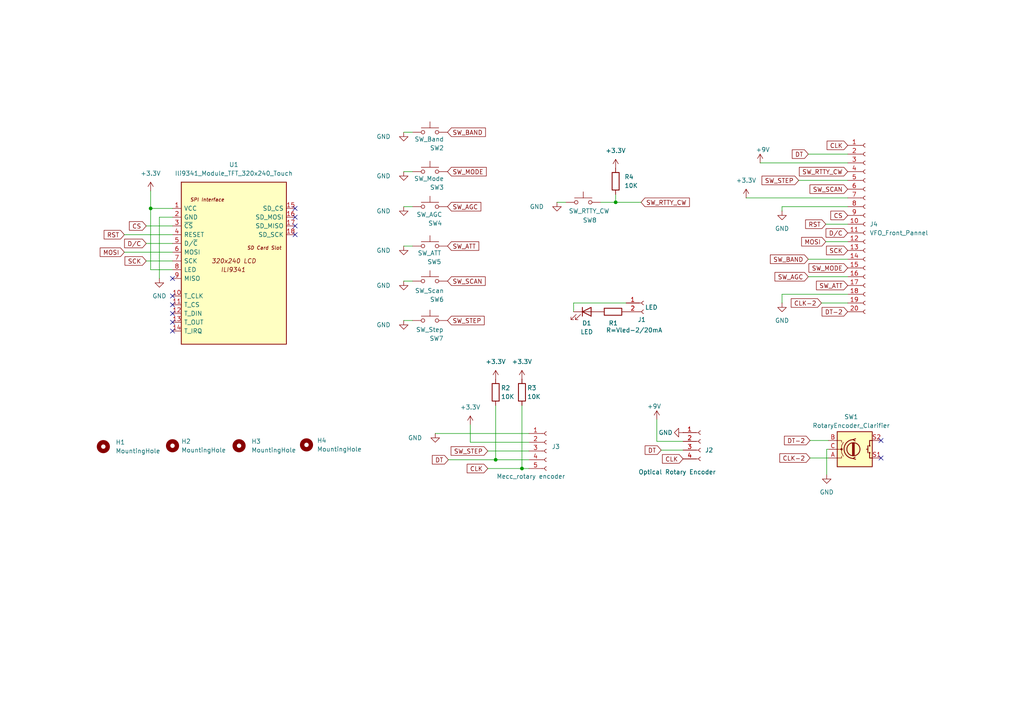
<source format=kicad_sch>
(kicad_sch (version 20250114) (generator "eeschema") (generator_version "9.0")
  (paper "A4")
  (lib_symbols
    (symbol "- Display_Module:Ili9341_Module_TFT_320x240_Touch" (pin_names (offset 0.762))
      (property "Reference" "U" (at 0 -27.94 90))
      (property "Value" "Ili9341_Module_TFT_320x240_Touch" (at -16.51 29.21 0))
      (symbol "Ili9341_Module_TFT_320x240_Touch_0_0"
        (text "SD Card Slot" (at -3.81 2.54 0) (effects (font (size 1 1) (italic yes)) (justify right)))
        (text "320x240 LCD" (at 0 -1.27 0) (effects (font (size 1.27 1.27) (italic yes))))
        (text "ILI9341" (at 3.81 -3.81 0) (effects (font (size 1.27 1.27) (italic yes)) (justify right)))
        (text "SPI Interface" (at 12.7 16.51 0) (effects (font (size 1 1) (italic yes)) (justify right)))
      )
      (symbol "Ili9341_Module_TFT_320x240_Touch_0_1"
        (rectangle (start -15.24 21.59) (end 15.24 -25.4) (stroke (width 0.254)) (fill (type background)))
      )
      (symbol "Ili9341_Module_TFT_320x240_Touch_1_1"
        (pin input line (at -17.78 13.97 0) (length 2.54) (name "SD_CS") (number "15"))
        (pin input line (at -17.78 11.43 0) (length 2.54) (name "SD_MOSI") (number "16"))
        (pin output line (at -17.78 8.89 0) (length 2.54) (name "SD_MISO") (number "17"))
        (pin input line (at -17.78 6.35 0) (length 2.54) (name "SD_SCK") (number "18"))
        (pin power_in line (at 17.78 13.97 180) (length 2.54) (name "VCC") (number "1"))
        (pin power_in line (at 17.78 11.43 180) (length 2.54) (name "GND") (number "2"))
        (pin input line (at 17.78 8.89 180) (length 2.54) (name "~{CS}") (number "3"))
        (pin input line (at 17.78 6.35 180) (length 2.54) (name "RESET") (number "4"))
        (pin input line (at 17.78 3.81 180) (length 2.54) (name "D/~{C}") (number "5"))
        (pin input line (at 17.78 1.27 180) (length 2.54) (name "MOSI") (number "6"))
        (pin input line (at 17.78 -1.27 180) (length 2.54) (name "SCK") (number "7"))
        (pin input line (at 17.78 -3.81 180) (length 2.54) (name "LED") (number "8"))
        (pin output line (at 17.78 -6.35 180) (length 2.54) (name "MISO") (number "9"))
        (pin input line (at 17.78 -11.43 180) (length 2.54) (name "T_CLK") (number "10"))
        (pin input line (at 17.78 -13.97 180) (length 2.54) (name "T_CS") (number "11"))
        (pin input line (at 17.78 -16.51 180) (length 2.54) (name "T_DIN") (number "12"))
        (pin output line (at 17.78 -19.05 180) (length 2.54) (name "T_OUT") (number "13"))
        (pin output line (at 17.78 -21.59 180) (length 2.54) (name "T_IRQ") (number "14"))
      )
    )
    (symbol "Connector:Conn_01x02_Socket" (pin_names (offset 1.016) (hide yes))
      (property "Reference" "J" (at 0 2.54 0))
      (property "Value" "Conn_01x02_Socket" (at 0 -5.08 0))
      (symbol "Conn_01x02_Socket_1_1"
        (polyline (pts (xy -1.27 0) (xy -0.508 0)) (stroke (width 0.1524)))
        (polyline (pts (xy -1.27 -2.54) (xy -0.508 -2.54)) (stroke (width 0.1524)))
        (arc (start 0 -0.508) (mid -0.5058 0) (end 0 0.508) (stroke (width 0.1524)))
        (arc (start 0 -3.048) (mid -0.5058 -2.54) (end 0 -2.032) (stroke (width 0.1524)))
        (pin passive line (at -5.08 0 0) (length 3.81) (name "Pin_1") (number "1"))
        (pin passive line (at -5.08 -2.54 0) (length 3.81) (name "Pin_2") (number "2"))
      )
    )
    (symbol "Connector:Conn_01x04_Socket" (pin_names (offset 1.016) (hide yes))
      (property "Reference" "J" (at 0 5.08 0))
      (property "Value" "Conn_01x04_Socket" (at 0 -7.62 0))
      (symbol "Conn_01x04_Socket_1_1"
        (polyline (pts (xy -1.27 2.54) (xy -0.508 2.54)) (stroke (width 0.1524)))
        (polyline (pts (xy -1.27 0) (xy -0.508 0)) (stroke (width 0.1524)))
        (polyline (pts (xy -1.27 -2.54) (xy -0.508 -2.54)) (stroke (width 0.1524)))
        (polyline (pts (xy -1.27 -5.08) (xy -0.508 -5.08)) (stroke (width 0.1524)))
        (arc (start 0 2.032) (mid -0.5058 2.54) (end 0 3.048) (stroke (width 0.1524)))
        (arc (start 0 -0.508) (mid -0.5058 0) (end 0 0.508) (stroke (width 0.1524)))
        (arc (start 0 -3.048) (mid -0.5058 -2.54) (end 0 -2.032) (stroke (width 0.1524)))
        (arc (start 0 -5.588) (mid -0.5058 -5.08) (end 0 -4.572) (stroke (width 0.1524)))
        (pin passive line (at -5.08 2.54 0) (length 3.81) (name "Pin_1") (number "1"))
        (pin passive line (at -5.08 0 0) (length 3.81) (name "Pin_2") (number "2"))
        (pin passive line (at -5.08 -2.54 0) (length 3.81) (name "Pin_3") (number "3"))
        (pin passive line (at -5.08 -5.08 0) (length 3.81) (name "Pin_4") (number "4"))
      )
    )
    (symbol "Connector:Conn_01x05_Socket" (pin_names (offset 1.016) (hide yes))
      (property "Reference" "J" (at 0 7.62 0))
      (property "Value" "Conn_01x05_Socket" (at 0 -7.62 0))
      (symbol "Conn_01x05_Socket_1_1"
        (polyline (pts (xy -1.27 5.08) (xy -0.508 5.08)) (stroke (width 0.1524)))
        (polyline (pts (xy -1.27 2.54) (xy -0.508 2.54)) (stroke (width 0.1524)))
        (polyline (pts (xy -1.27 0) (xy -0.508 0)) (stroke (width 0.1524)))
        (polyline (pts (xy -1.27 -2.54) (xy -0.508 -2.54)) (stroke (width 0.1524)))
        (polyline (pts (xy -1.27 -5.08) (xy -0.508 -5.08)) (stroke (width 0.1524)))
        (arc (start 0 4.572) (mid -0.5058 5.08) (end 0 5.588) (stroke (width 0.1524)))
        (arc (start 0 2.032) (mid -0.5058 2.54) (end 0 3.048) (stroke (width 0.1524)))
        (arc (start 0 -0.508) (mid -0.5058 0) (end 0 0.508) (stroke (width 0.1524)))
        (arc (start 0 -3.048) (mid -0.5058 -2.54) (end 0 -2.032) (stroke (width 0.1524)))
        (arc (start 0 -5.588) (mid -0.5058 -5.08) (end 0 -4.572) (stroke (width 0.1524)))
        (pin passive line (at -5.08 5.08 0) (length 3.81) (name "Pin_1") (number "1"))
        (pin passive line (at -5.08 2.54 0) (length 3.81) (name "Pin_2") (number "2"))
        (pin passive line (at -5.08 0 0) (length 3.81) (name "Pin_3") (number "3"))
        (pin passive line (at -5.08 -2.54 0) (length 3.81) (name "Pin_4") (number "4"))
        (pin passive line (at -5.08 -5.08 0) (length 3.81) (name "Pin_5") (number "5"))
      )
    )
    (symbol "Connector:Conn_01x20_Socket" (pin_names (offset 1.016) (hide yes))
      (property "Reference" "J" (at 0 25.4 0))
      (property "Value" "Conn_01x20_Socket" (at 0 -27.94 0))
      (symbol "Conn_01x20_Socket_1_1"
        (polyline (pts (xy -1.27 22.86) (xy -0.508 22.86)) (stroke (width 0.1524)))
        (polyline (pts (xy -1.27 20.32) (xy -0.508 20.32)) (stroke (width 0.1524)))
        (polyline (pts (xy -1.27 17.78) (xy -0.508 17.78)) (stroke (width 0.1524)))
        (polyline (pts (xy -1.27 15.24) (xy -0.508 15.24)) (stroke (width 0.1524)))
        (polyline (pts (xy -1.27 12.7) (xy -0.508 12.7)) (stroke (width 0.1524)))
        (polyline (pts (xy -1.27 10.16) (xy -0.508 10.16)) (stroke (width 0.1524)))
        (polyline (pts (xy -1.27 7.62) (xy -0.508 7.62)) (stroke (width 0.1524)))
        (polyline (pts (xy -1.27 5.08) (xy -0.508 5.08)) (stroke (width 0.1524)))
        (polyline (pts (xy -1.27 2.54) (xy -0.508 2.54)) (stroke (width 0.1524)))
        (polyline (pts (xy -1.27 0) (xy -0.508 0)) (stroke (width 0.1524)))
        (polyline (pts (xy -1.27 -2.54) (xy -0.508 -2.54)) (stroke (width 0.1524)))
        (polyline (pts (xy -1.27 -5.08) (xy -0.508 -5.08)) (stroke (width 0.1524)))
        (polyline (pts (xy -1.27 -7.62) (xy -0.508 -7.62)) (stroke (width 0.1524)))
        (polyline (pts (xy -1.27 -10.16) (xy -0.508 -10.16)) (stroke (width 0.1524)))
        (polyline (pts (xy -1.27 -12.7) (xy -0.508 -12.7)) (stroke (width 0.1524)))
        (polyline (pts (xy -1.27 -15.24) (xy -0.508 -15.24)) (stroke (width 0.1524)))
        (polyline (pts (xy -1.27 -17.78) (xy -0.508 -17.78)) (stroke (width 0.1524)))
        (polyline (pts (xy -1.27 -20.32) (xy -0.508 -20.32)) (stroke (width 0.1524)))
        (polyline (pts (xy -1.27 -22.86) (xy -0.508 -22.86)) (stroke (width 0.1524)))
        (polyline (pts (xy -1.27 -25.4) (xy -0.508 -25.4)) (stroke (width 0.1524)))
        (arc (start 0 22.352) (mid -0.5058 22.86) (end 0 23.368) (stroke (width 0.1524)))
        (arc (start 0 19.812) (mid -0.5058 20.32) (end 0 20.828) (stroke (width 0.1524)))
        (arc (start 0 17.272) (mid -0.5058 17.78) (end 0 18.288) (stroke (width 0.1524)))
        (arc (start 0 14.732) (mid -0.5058 15.24) (end 0 15.748) (stroke (width 0.1524)))
        (arc (start 0 12.192) (mid -0.5058 12.7) (end 0 13.208) (stroke (width 0.1524)))
        (arc (start 0 9.652) (mid -0.5058 10.16) (end 0 10.668) (stroke (width 0.1524)))
        (arc (start 0 7.112) (mid -0.5058 7.62) (end 0 8.128) (stroke (width 0.1524)))
        (arc (start 0 4.572) (mid -0.5058 5.08) (end 0 5.588) (stroke (width 0.1524)))
        (arc (start 0 2.032) (mid -0.5058 2.54) (end 0 3.048) (stroke (width 0.1524)))
        (arc (start 0 -0.508) (mid -0.5058 0) (end 0 0.508) (stroke (width 0.1524)))
        (arc (start 0 -3.048) (mid -0.5058 -2.54) (end 0 -2.032) (stroke (width 0.1524)))
        (arc (start 0 -5.588) (mid -0.5058 -5.08) (end 0 -4.572) (stroke (width 0.1524)))
        (arc (start 0 -8.128) (mid -0.5058 -7.62) (end 0 -7.112) (stroke (width 0.1524)))
        (arc (start 0 -10.668) (mid -0.5058 -10.16) (end 0 -9.652) (stroke (width 0.1524)))
        (arc (start 0 -13.208) (mid -0.5058 -12.7) (end 0 -12.192) (stroke (width 0.1524)))
        (arc (start 0 -15.748) (mid -0.5058 -15.24) (end 0 -14.732) (stroke (width 0.1524)))
        (arc (start 0 -18.288) (mid -0.5058 -17.78) (end 0 -17.272) (stroke (width 0.1524)))
        (arc (start 0 -20.828) (mid -0.5058 -20.32) (end 0 -19.812) (stroke (width 0.1524)))
        (arc (start 0 -23.368) (mid -0.5058 -22.86) (end 0 -22.352) (stroke (width 0.1524)))
        (arc (start 0 -25.908) (mid -0.5058 -25.4) (end 0 -24.892) (stroke (width 0.1524)))
        (pin passive line (at -5.08 22.86 0) (length 3.81) (name "Pin_1") (number "1"))
        (pin passive line (at -5.08 20.32 0) (length 3.81) (name "Pin_2") (number "2"))
        (pin passive line (at -5.08 17.78 0) (length 3.81) (name "Pin_3") (number "3"))
        (pin passive line (at -5.08 15.24 0) (length 3.81) (name "Pin_4") (number "4"))
        (pin passive line (at -5.08 12.7 0) (length 3.81) (name "Pin_5") (number "5"))
        (pin passive line (at -5.08 10.16 0) (length 3.81) (name "Pin_6") (number "6"))
        (pin passive line (at -5.08 7.62 0) (length 3.81) (name "Pin_7") (number "7"))
        (pin passive line (at -5.08 5.08 0) (length 3.81) (name "Pin_8") (number "8"))
        (pin passive line (at -5.08 2.54 0) (length 3.81) (name "Pin_9") (number "9"))
        (pin passive line (at -5.08 0 0) (length 3.81) (name "Pin_10") (number "10"))
        (pin passive line (at -5.08 -2.54 0) (length 3.81) (name "Pin_11") (number "11"))
        (pin passive line (at -5.08 -5.08 0) (length 3.81) (name "Pin_12") (number "12"))
        (pin passive line (at -5.08 -7.62 0) (length 3.81) (name "Pin_13") (number "13"))
        (pin passive line (at -5.08 -10.16 0) (length 3.81) (name "Pin_14") (number "14"))
        (pin passive line (at -5.08 -12.7 0) (length 3.81) (name "Pin_15") (number "15"))
        (pin passive line (at -5.08 -15.24 0) (length 3.81) (name "Pin_16") (number "16"))
        (pin passive line (at -5.08 -17.78 0) (length 3.81) (name "Pin_17") (number "17"))
        (pin passive line (at -5.08 -20.32 0) (length 3.81) (name "Pin_18") (number "18"))
        (pin passive line (at -5.08 -22.86 0) (length 3.81) (name "Pin_19") (number "19"))
        (pin passive line (at -5.08 -25.4 0) (length 3.81) (name "Pin_20") (number "20"))
      )
    )
    (symbol "Device:LED" (pin_numbers (hide yes)) (pin_names (offset 1.016) (hide yes))
      (property "Reference" "D" (at 0 2.54 0))
      (property "Value" "LED" (at 0 -2.54 0))
      (symbol "LED_0_1"
        (polyline (pts (xy -3.048 -0.762) (xy -4.572 -2.286) (xy -3.81 -2.286) (xy -4.572 -2.286) (xy -4.572 -1.524)))
        (polyline (pts (xy -1.778 -0.762) (xy -3.302 -2.286) (xy -2.54 -2.286) (xy -3.302 -2.286) (xy -3.302 -1.524)))
        (polyline (pts (xy -1.27 0) (xy 1.27 0)))
        (polyline (pts (xy -1.27 -1.27) (xy -1.27 1.27)) (stroke (width 0.254)))
        (polyline (pts (xy 1.27 -1.27) (xy 1.27 1.27) (xy -1.27 0) (xy 1.27 -1.27)) (stroke (width 0.254)))
      )
      (symbol "LED_1_1"
        (pin passive line (at -3.81 0 0) (length 2.54) (name "K") (number "1"))
        (pin passive line (at 3.81 0 180) (length 2.54) (name "A") (number "2"))
      )
    )
    (symbol "Device:R" (pin_numbers (hide yes)) (pin_names (offset 0))
      (property "Reference" "R" (at 2.032 0 90))
      (property "Value" "R" (at 0 0 90))
      (symbol "R_0_1"
        (rectangle (start -1.016 -2.54) (end 1.016 2.54) (stroke (width 0.254)))
      )
      (symbol "R_1_1"
        (pin passive line (at 0 3.81 270) (length 1.27) (name "~") (number "1"))
        (pin passive line (at 0 -3.81 90) (length 1.27) (name "~") (number "2"))
      )
    )
    (symbol "Device:RotaryEncoder_Switch" (pin_names (offset 0.254) (hide yes))
      (property "Reference" "SW" (at 0 6.604 0))
      (property "Value" "RotaryEncoder_Switch" (at 0 -6.604 0))
      (symbol "RotaryEncoder_Switch_0_1"
        (rectangle (start -5.08 5.08) (end 5.08 -5.08) (stroke (width 0.254)) (fill (type background)))
        (polyline (pts (xy -5.08 2.54) (xy -3.81 2.54) (xy -3.81 2.032)))
        (polyline (pts (xy -5.08 0) (xy -3.81 0) (xy -3.81 -1.016) (xy -3.302 -2.032)))
        (polyline (pts (xy -5.08 -2.54) (xy -3.81 -2.54) (xy -3.81 -2.032)))
        (polyline (pts (xy -4.318 0) (xy -3.81 0) (xy -3.81 1.016) (xy -3.302 2.032)))
        (circle (center -3.81 0) (radius 0.254) (fill (type outline)))
        (polyline (pts (xy -0.635 -1.778) (xy -0.635 1.778)) (stroke (width 0.254)))
        (circle (center -0.381 0) (radius 1.905) (stroke (width 0.254)))
        (polyline (pts (xy -0.381 -1.778) (xy -0.381 1.778)) (stroke (width 0.254)))
        (arc (start -0.381 -2.794) (mid -3.0988 -0.0635) (end -0.381 2.667) (stroke (width 0.254)))
        (polyline (pts (xy -0.127 1.778) (xy -0.127 -1.778)) (stroke (width 0.254)))
        (polyline (pts (xy 0.254 2.921) (xy -0.508 2.667) (xy 0.127 2.286)) (stroke (width 0.254)))
        (polyline (pts (xy 0.254 -3.048) (xy -0.508 -2.794) (xy 0.127 -2.413)) (stroke (width 0.254)))
        (polyline (pts (xy 3.81 1.016) (xy 3.81 -1.016)) (stroke (width 0.254)))
        (polyline (pts (xy 3.81 0) (xy 3.429 0)) (stroke (width 0.254)))
        (circle (center 4.318 1.016) (radius 0.127) (stroke (width 0.254)))
        (circle (center 4.318 -1.016) (radius 0.127) (stroke (width 0.254)))
        (polyline (pts (xy 5.08 2.54) (xy 4.318 2.54) (xy 4.318 1.016)) (stroke (width 0.254)))
        (polyline (pts (xy 5.08 -2.54) (xy 4.318 -2.54) (xy 4.318 -1.016)) (stroke (width 0.254)))
      )
      (symbol "RotaryEncoder_Switch_1_1"
        (pin passive line (at -7.62 2.54 0) (length 2.54) (name "A") (number "A"))
        (pin passive line (at -7.62 0 0) (length 2.54) (name "C") (number "C"))
        (pin passive line (at -7.62 -2.54 0) (length 2.54) (name "B") (number "B"))
        (pin passive line (at 7.62 2.54 180) (length 2.54) (name "S1") (number "S1"))
        (pin passive line (at 7.62 -2.54 180) (length 2.54) (name "S2") (number "S2"))
      )
    )
    (symbol "Mechanical:MountingHole" (pin_names (offset 1.016)) (exclude_from_sim yes) (in_bom no)
      (property "Reference" "H" (at 0 5.08 0))
      (property "Value" "MountingHole" (at 0 3.175 0))
      (symbol "MountingHole_0_1"
        (circle (center 0 0) (radius 1.27) (stroke (width 1.27)))
      )
    )
    (symbol "Switch:SW_Push" (pin_numbers (hide yes)) (pin_names (offset 1.016) (hide yes))
      (property "Reference" "SW" (at 1.27 2.54 0))
      (property "Value" "SW_Push" (at 0 -1.524 0))
      (symbol "SW_Push_0_1"
        (circle (center -2.032 0) (radius 0.508))
        (polyline (pts (xy 0 1.27) (xy 0 3.048)))
        (circle (center 2.032 0) (radius 0.508))
        (polyline (pts (xy 2.54 1.27) (xy -2.54 1.27)))
        (pin passive line (at -5.08 0 0) (length 2.54) (name "1") (number "1"))
        (pin passive line (at 5.08 0 180) (length 2.54) (name "2") (number "2"))
      )
    )
    (symbol "power:+3.3V" (power) (pin_numbers (hide yes)) (pin_names (offset 0) (hide yes))
      (property "Value" "+3.3V" (at 0 3.556 0))
      (symbol "+3.3V_0_1"
        (polyline (pts (xy -0.762 1.27) (xy 0 2.54)))
        (polyline (pts (xy 0 2.54) (xy 0.762 1.27)))
        (polyline (pts (xy 0 0) (xy 0 2.54)))
      )
      (symbol "+3.3V_1_1"
        (pin power_in line (at 0 0 90) (length 0) (name "~") (number "1"))
      )
    )
    (symbol "power:+9V" (power) (pin_numbers (hide yes)) (pin_names (offset 0) (hide yes))
      (property "Value" "+9V" (at 0 3.556 0))
      (symbol "+9V_0_1"
        (polyline (pts (xy -0.762 1.27) (xy 0 2.54)))
        (polyline (pts (xy 0 2.54) (xy 0.762 1.27)))
        (polyline (pts (xy 0 0) (xy 0 2.54)))
      )
      (symbol "+9V_1_1"
        (pin power_in line (at 0 0 90) (length 0) (name "~") (number "1"))
      )
    )
    (symbol "power:GND" (power) (pin_numbers (hide yes)) (pin_names (offset 0) (hide yes))
      (property "Value" "GND" (at 0 -3.81 0))
      (symbol "GND_0_1"
        (polyline (pts (xy 0 0) (xy 0 -1.27) (xy 1.27 -1.27) (xy 0 -2.54) (xy -1.27 -1.27) (xy 0 -1.27)))
      )
      (symbol "GND_1_1"
        (pin power_in line (at 0 0 270) (length 0) (name "~") (number "1"))
      )
    )
  )
  (junction (at 151.384 135.89))
  (junction (at 43.688 60.452))
  (junction (at 178.562 58.674))
  (junction (at 143.764 133.35))
  (no_connect (at 50.038 93.472))
  (no_connect (at 50.038 85.852))
  (no_connect (at 85.598 62.992))
  (no_connect (at 50.038 90.932))
  (no_connect (at 85.598 60.452))
  (no_connect (at 50.038 96.012))
  (no_connect (at 85.598 68.072))
  (no_connect (at 255.524 127.762))
  (no_connect (at 85.598 65.532))
  (no_connect (at 255.524 132.842))
  (no_connect (at 50.038 88.392))
  (no_connect (at 331.47 -77.47))
  (no_connect (at 50.038 80.772))
  (wire (pts (xy 50.038 60.452) (xy 43.688 60.452)))
  (wire (pts (xy 234.442 75.184) (xy 245.872 75.184)))
  (wire (pts (xy 191.77 130.556) (xy 198.12 130.556)))
  (wire (pts (xy 117.094 71.374) (xy 119.634 71.374)))
  (wire (pts (xy 151.384 135.89) (xy 153.416 135.89)))
  (wire (pts (xy 130.048 133.35) (xy 143.764 133.35)))
  (wire (pts (xy 239.776 130.302) (xy 239.776 137.668)))
  (wire (pts (xy 42.418 65.532) (xy 50.038 65.532)))
  (wire (pts (xy 185.928 58.674) (xy 178.562 58.674)))
  (wire (pts (xy 220.472 47.244) (xy 245.872 47.244)))
  (wire (pts (xy 239.522 65.024) (xy 245.872 65.024)))
  (wire (pts (xy 117.094 59.944) (xy 119.634 59.944)))
  (wire (pts (xy 42.418 75.692) (xy 50.038 75.692)))
  (wire (pts (xy 231.648 52.324) (xy 245.872 52.324)))
  (wire (pts (xy 136.398 128.27) (xy 153.416 128.27)))
  (wire (pts (xy 234.95 132.842) (xy 240.284 132.842)))
  (wire (pts (xy 216.408 57.404) (xy 245.872 57.404)))
  (wire (pts (xy 234.442 44.704) (xy 245.872 44.704)))
  (wire (pts (xy 245.872 85.344) (xy 226.822 85.344)))
  (wire (pts (xy 46.228 62.992) (xy 46.228 80.772)))
  (wire (pts (xy 117.094 81.534) (xy 119.634 81.534)))
  (wire (pts (xy 126.238 125.73) (xy 153.416 125.73)))
  (wire (pts (xy 151.384 117.602) (xy 151.384 135.89)))
  (wire (pts (xy 226.822 85.344) (xy 226.822 87.884)))
  (wire (pts (xy 50.038 62.992) (xy 46.228 62.992)))
  (wire (pts (xy 143.764 117.602) (xy 143.764 133.35)))
  (wire (pts (xy 117.094 38.354) (xy 119.634 38.354)))
  (wire (pts (xy 43.688 78.232) (xy 50.038 78.232)))
  (wire (pts (xy 240.284 130.302) (xy 239.776 130.302)))
  (wire (pts (xy 166.37 87.884) (xy 166.37 90.424)))
  (wire (pts (xy 141.478 135.89) (xy 151.384 135.89)))
  (wire (pts (xy 238.252 87.884) (xy 245.872 87.884)))
  (wire (pts (xy 42.418 70.612) (xy 50.038 70.612)))
  (wire (pts (xy 136.398 123.19) (xy 136.398 128.27)))
  (wire (pts (xy 245.872 59.944) (xy 226.822 59.944)))
  (wire (pts (xy 190.5 128.016) (xy 190.5 121.666)))
  (wire (pts (xy 43.688 60.452) (xy 43.688 78.232)))
  (wire (pts (xy 117.094 49.784) (xy 119.634 49.784)))
  (wire (pts (xy 181.61 87.884) (xy 166.37 87.884)))
  (wire (pts (xy 178.562 58.674) (xy 174.244 58.674)))
  (wire (pts (xy 36.068 73.152) (xy 50.038 73.152)))
  (wire (pts (xy 43.688 55.372) (xy 43.688 60.452)))
  (wire (pts (xy 141.478 130.81) (xy 153.416 130.81)))
  (wire (pts (xy 239.522 70.104) (xy 245.872 70.104)))
  (wire (pts (xy 178.562 56.388) (xy 178.562 58.674)))
  (wire (pts (xy 234.442 80.264) (xy 245.872 80.264)))
  (wire (pts (xy 143.764 133.35) (xy 153.416 133.35)))
  (wire (pts (xy 226.822 59.944) (xy 226.822 61.214)))
  (wire (pts (xy 117.094 92.964) (xy 119.634 92.964)))
  (wire (pts (xy 234.95 127.762) (xy 240.284 127.762)))
  (wire (pts (xy 198.12 128.016) (xy 190.5 128.016)))
  (wire (pts (xy 36.068 68.072) (xy 50.038 68.072)))
  (wire (pts (xy 161.544 58.674) (xy 164.084 58.674)))
  (global_label "D{slash}C" (shape input) (at 42.418 70.612 180) (property "Intersheetrefs" "${INTERSHEET_REFS}" (effects (hide yes))))
  (global_label "SW_STEP" (shape input) (at 141.478 130.81 180) (property "Intersheetrefs" "${INTERSHEET_REFS}" (effects (hide yes))))
  (global_label "SW_MODE" (shape input) (at 129.794 49.784 0) (property "Intersheetrefs" "${INTERSHEET_REFS}" (effects (hide yes))))
  (global_label "CLK" (shape input) (at 245.872 42.164 180) (property "Intersheetrefs" "${INTERSHEET_REFS}" (effects (hide yes))))
  (global_label "CS" (shape input) (at 245.872 62.484 180) (property "Intersheetrefs" "${INTERSHEET_REFS}" (effects (hide yes))))
  (global_label "CLK" (shape input) (at 141.478 135.89 180) (property "Intersheetrefs" "${INTERSHEET_REFS}" (effects (hide yes))))
  (global_label "DT" (shape input) (at 130.048 133.35 180) (property "Intersheetrefs" "${INTERSHEET_REFS}" (effects (hide yes))))
  (global_label "D{slash}C" (shape input) (at 245.872 67.564 180) (property "Intersheetrefs" "${INTERSHEET_REFS}" (effects (hide yes))))
  (global_label "SW_STEP" (shape input) (at 129.794 92.964 0) (property "Intersheetrefs" "${INTERSHEET_REFS}" (effects (hide yes))))
  (global_label "SW_SCAN" (shape input) (at 129.794 81.534 0) (property "Intersheetrefs" "${INTERSHEET_REFS}" (effects (hide yes))))
  (global_label "CLK-2" (shape input) (at 238.252 87.884 180) (property "Intersheetrefs" "${INTERSHEET_REFS}" (effects (hide yes))))
  (global_label "MOSI" (shape input) (at 239.522 70.104 180) (property "Intersheetrefs" "${INTERSHEET_REFS}" (effects (hide yes))))
  (global_label "SCK" (shape input) (at 42.418 75.692 180) (property "Intersheetrefs" "${INTERSHEET_REFS}" (effects (hide yes))))
  (global_label "SW_RTTY_CW" (shape input) (at 245.872 49.784 180) (property "Intersheetrefs" "${INTERSHEET_REFS}" (effects (hide yes))))
  (global_label "DT-2" (shape input) (at 245.872 90.424 180) (property "Intersheetrefs" "${INTERSHEET_REFS}" (effects (hide yes))))
  (global_label "SW_ATT" (shape input) (at 129.794 71.374 0) (property "Intersheetrefs" "${INTERSHEET_REFS}" (effects (hide yes))))
  (global_label "DT-2" (shape input) (at 234.95 127.762 180) (property "Intersheetrefs" "${INTERSHEET_REFS}" (effects (hide yes))))
  (global_label "SW_ATT" (shape input) (at 245.872 82.804 180) (property "Intersheetrefs" "${INTERSHEET_REFS}" (effects (hide yes))))
  (global_label "RST" (shape input) (at 36.068 68.072 180) (property "Intersheetrefs" "${INTERSHEET_REFS}" (effects (hide yes))))
  (global_label "SW_MODE" (shape input) (at 245.872 77.724 180) (property "Intersheetrefs" "${INTERSHEET_REFS}" (effects (hide yes))))
  (global_label "DT" (shape input) (at 234.442 44.704 180) (property "Intersheetrefs" "${INTERSHEET_REFS}" (effects (hide yes))))
  (global_label "SCK" (shape input) (at 245.872 72.644 180) (property "Intersheetrefs" "${INTERSHEET_REFS}" (effects (hide yes))))
  (global_label "CLK" (shape input) (at 198.12 133.096 180) (property "Intersheetrefs" "${INTERSHEET_REFS}" (effects (hide yes))))
  (global_label "SW_AGC" (shape input) (at 129.794 59.944 0) (property "Intersheetrefs" "${INTERSHEET_REFS}" (effects (hide yes))))
  (global_label "SW_RTTY_CW" (shape input) (at 185.928 58.674 0) (property "Intersheetrefs" "${INTERSHEET_REFS}" (effects (hide yes))))
  (global_label "CLK-2" (shape input) (at 234.95 132.842 180) (property "Intersheetrefs" "${INTERSHEET_REFS}" (effects (hide yes))))
  (global_label "SW_AGC" (shape input) (at 234.442 80.264 180) (property "Intersheetrefs" "${INTERSHEET_REFS}" (effects (hide yes))))
  (global_label "SW_STEP" (shape input) (at 231.648 52.324 180) (property "Intersheetrefs" "${INTERSHEET_REFS}" (effects (hide yes))))
  (global_label "CS" (shape input) (at 42.418 65.532 180) (property "Intersheetrefs" "${INTERSHEET_REFS}" (effects (hide yes))))
  (global_label "RST" (shape input) (at 239.522 65.024 180) (property "Intersheetrefs" "${INTERSHEET_REFS}" (effects (hide yes))))
  (global_label "DT" (shape input) (at 191.77 130.556 180) (property "Intersheetrefs" "${INTERSHEET_REFS}" (effects (hide yes))))
  (global_label "SW_BAND" (shape input) (at 234.442 75.184 180) (property "Intersheetrefs" "${INTERSHEET_REFS}" (effects (hide yes))))
  (global_label "SW_SCAN" (shape input) (at 245.872 54.864 180) (property "Intersheetrefs" "${INTERSHEET_REFS}" (effects (hide yes))))
  (global_label "MOSI" (shape input) (at 36.068 73.152 180) (property "Intersheetrefs" "${INTERSHEET_REFS}" (effects (hide yes))))
  (global_label "SW_BAND" (shape input) (at 129.794 38.354 0) (property "Intersheetrefs" "${INTERSHEET_REFS}" (effects (hide yes))))
  (symbol (lib_id "power:+3.3V") (at 143.764 109.982 0) (unit 1)
    (property "Reference" "#PWR05" (effects (hide yes)))
    (property "Value" "+3.3V" (at 143.764 104.902 0))
    (property "Description" "Power symbol creates a global label with name \"+3.3V\"" (effects (hide yes)))
  )
  (symbol (lib_id "Switch:SW_Push") (at 124.714 49.784 0) (unit 1)
    (property "Reference" "SW3" (at 128.778 54.356 0) (effects (justify right)))
    (property "Value" "SW_Mode" (at 128.778 51.816 0) (effects (justify right)))
    (property "Footprint" "Button_Switch_THT:SW_PUSH_6mm" (effects (hide yes)))
    (property "Description" "Push button switch, generic, two pins" (effects (hide yes)))
  )
  (symbol (lib_id "Device:R") (at 177.8 90.424 270) (unit 1)
    (property "Reference" "R1" (at 176.53 93.726 90) (effects (justify left)))
    (property "Value" "R=Vled-2/20mA" (at 175.768 95.758 90) (effects (justify left)))
    (property "Footprint" "Resistor_THT:R_Axial_DIN0207_L6.3mm_D2.5mm_P10.16mm_Horizontal" (effects (hide yes)))
    (property "Description" "Resistor" (effects (hide yes)))
  )
  (symbol (lib_id "power:GND") (at 226.822 61.214 0) (unit 1)
    (property "Reference" "#PWR021" (effects (hide yes)))
    (property "Value" "GND" (at 226.822 66.294 0))
    (property "Description" "Power symbol creates a global label with name \"GND\" , ground" (effects (hide yes)))
  )
  (symbol (lib_id "Connector:Conn_01x20_Socket") (at 250.952 65.024 0) (unit 1)
    (property "Reference" "J4" (at 252.222 65.0239 0) (effects (justify left)))
    (property "Value" "VFO_Front_Pannel" (at 252.222 67.5639 0) (effects (justify left)))
    (property "Footprint" "Connector_PinHeader_2.54mm:PinHeader_1x20_P2.54mm_Vertical" (effects (hide yes)))
    (property "Description" "Generic connector, single row, 01x20, script generated" (effects (hide yes)))
  )
  (symbol (lib_id "Mechanical:MountingHole") (at 29.972 129.54 0) (unit 1) (exclude_from_sim yes) (in_bom no)
    (property "Reference" "H1" (at 33.528 128.2699 0) (effects (justify left)))
    (property "Value" "MountingHole" (at 33.528 130.8099 0) (effects (justify left)))
    (property "Footprint" "MountingHole:MountingHole_3.2mm_M3_DIN965" (effects (hide yes)))
    (property "Description" "Mounting Hole without connection" (effects (hide yes)))
  )
  (symbol (lib_id "power:GND") (at 226.822 87.884 0) (unit 1)
    (property "Reference" "#PWR022" (effects (hide yes)))
    (property "Value" "GND" (at 226.822 92.964 0))
    (property "Description" "Power symbol creates a global label with name \"GND\" , ground" (effects (hide yes)))
  )
  (symbol (lib_id "power:GND") (at 117.094 59.944 0) (unit 1)
    (property "Reference" "#PWR014" (effects (hide yes)))
    (property "Value" "GND" (at 113.284 61.2139 0) (effects (justify right)))
    (property "Description" "Power symbol creates a global label with name \"GND\" , ground" (effects (hide yes)))
  )
  (symbol (lib_id "power:GND") (at 46.228 80.772 0) (unit 1)
    (property "Reference" "#PWR011" (effects (hide yes)))
    (property "Value" "GND" (at 46.228 85.852 0))
    (property "Description" "Power symbol creates a global label with name \"GND\" , ground" (effects (hide yes)))
  )
  (symbol (lib_id "power:GND") (at 198.12 125.476 270) (unit 1)
    (property "Reference" "#PWR06" (effects (hide yes)))
    (property "Value" "GND" (at 193.04 125.476 90))
    (property "Description" "Power symbol creates a global label with name \"GND\" , ground" (effects (hide yes)))
  )
  (symbol (lib_id "Connector:Conn_01x04_Socket") (at 203.2 128.016 0) (unit 1)
    (property "Reference" "J2" (at 204.47 130.556 0) (effects (justify left)))
    (property "Value" "Optical Rotary Encoder" (at 185.166 136.906 0) (effects (justify left)))
    (property "Footprint" "Connector_JST:JST_EH_B4B-EH-A_1x04_P2.50mm_Vertical" (effects (hide yes)))
    (property "Description" "Generic connector, single row, 01x04, script generated" (effects (hide yes)))
  )
  (symbol (lib_id "power:GND") (at 117.094 49.784 0) (unit 1)
    (property "Reference" "#PWR013" (effects (hide yes)))
    (property "Value" "GND" (at 113.284 51.0539 0) (effects (justify right)))
    (property "Description" "Power symbol creates a global label with name \"GND\" , ground" (effects (hide yes)))
  )
  (symbol (lib_id "Switch:SW_Push") (at 124.714 71.374 0) (unit 1)
    (property "Reference" "SW5" (at 128.016 75.946 0) (effects (justify right)))
    (property "Value" "SW_ATT" (at 128.016 73.406 0) (effects (justify right)))
    (property "Footprint" "Button_Switch_THT:SW_PUSH_6mm" (effects (hide yes)))
    (property "Description" "Push button switch, generic, two pins" (effects (hide yes)))
  )
  (symbol (lib_id "Switch:SW_Push") (at 124.714 38.354 0) (unit 1)
    (property "Reference" "SW2" (at 128.778 42.926 0) (effects (justify right)))
    (property "Value" "SW_Band" (at 128.778 40.386 0) (effects (justify right)))
    (property "Footprint" "Button_Switch_THT:SW_PUSH_6mm" (effects (hide yes)))
    (property "Description" "Push button switch, generic, two pins" (effects (hide yes)))
  )
  (symbol (lib_id "Device:R") (at 143.764 113.792 0) (unit 1)
    (property "Reference" "R2" (at 145.288 112.522 0) (effects (justify left)))
    (property "Value" "10K" (at 145.288 115.062 0) (effects (justify left)))
    (property "Footprint" "Resistor_THT:R_Axial_DIN0207_L6.3mm_D2.5mm_P10.16mm_Horizontal" (effects (hide yes)))
    (property "Description" "Resistor" (effects (hide yes)))
  )
  (symbol (lib_id "power:+3.3V") (at 151.384 109.982 0) (unit 1)
    (property "Reference" "#PWR08" (effects (hide yes)))
    (property "Value" "+3.3V" (at 151.384 104.902 0))
    (property "Description" "Power symbol creates a global label with name \"+3.3V\"" (effects (hide yes)))
  )
  (symbol (lib_id "Device:R") (at 178.562 52.578 0) (unit 1)
    (property "Reference" "R4" (at 181.102 51.3079 0) (effects (justify left)))
    (property "Value" "10K" (at 181.102 53.8479 0) (effects (justify left)))
    (property "Footprint" "Resistor_THT:R_Axial_DIN0207_L6.3mm_D2.5mm_P10.16mm_Horizontal" (effects (hide yes)))
    (property "Description" "Resistor" (effects (hide yes)))
  )
  (symbol (lib_id "power:+3.3V") (at 178.562 48.768 0) (unit 1)
    (property "Reference" "#PWR02" (effects (hide yes)))
    (property "Value" "+3.3V" (at 178.562 43.688 0))
    (property "Description" "Power symbol creates a global label with name \"+3.3V\"" (effects (hide yes)))
  )
  (symbol (lib_id "Switch:SW_Push") (at 169.164 58.674 0) (unit 1)
    (property "Reference" "SW8" (at 173.101 63.881 0) (effects (justify right)))
    (property "Value" "SW_RTTY_CW" (at 176.784 61.214 0) (effects (justify right)))
    (property "Footprint" "Button_Switch_THT:SW_PUSH_6mm" (effects (hide yes)))
    (property "Description" "Push button switch, generic, two pins" (effects (hide yes)))
  )
  (symbol (lib_id "power:GND") (at 117.094 71.374 0) (unit 1)
    (property "Reference" "#PWR015" (effects (hide yes)))
    (property "Value" "GND" (at 113.284 72.6439 0) (effects (justify right)))
    (property "Description" "Power symbol creates a global label with name \"GND\" , ground" (effects (hide yes)))
  )
  (symbol (lib_id "Device:LED") (at 170.18 90.424 0) (unit 1)
    (property "Reference" "D1" (at 170.18 93.726 0))
    (property "Value" "LED" (at 170.18 96.266 0))
    (property "Footprint" "LED_THT:LED_D3.0mm" (effects (hide yes)))
    (property "Description" "Light emitting diode" (effects (hide yes)))
    (property "Sim.Pins" "1=K 2=A" (effects (hide yes)))
  )
  (symbol (lib_id "power:GND") (at 161.544 58.674 0) (unit 1)
    (property "Reference" "#PWR018" (effects (hide yes)))
    (property "Value" "GND" (at 157.734 59.9439 0) (effects (justify right)))
    (property "Description" "Power symbol creates a global label with name \"GND\" , ground" (effects (hide yes)))
  )
  (symbol (lib_id "Device:RotaryEncoder_Switch") (at 247.904 130.302 0) (mirror x) (unit 1)
    (property "Reference" "SW1" (at 246.888 120.904 0))
    (property "Value" "RotaryEncoder_Clarifier" (at 246.888 123.444 0))
    (property "Footprint" "-Rotary_Encoder:RotaryEncoder_Alps_EC12E-Switch_Vertical_H20mm" (effects (hide yes)))
    (property "Description" "Rotary encoder, dual channel, incremental quadrate outputs, with switch" (effects (hide yes)))
  )
  (symbol (lib_id "- Display_Module:Ili9341_Module_TFT_320x240_Touch") (at 67.818 74.422 0) (mirror y) (unit 1)
    (property "Reference" "U1" (at 67.818 47.752 0))
    (property "Value" "Ili9341_Module_TFT_320x240_Touch" (at 67.818 50.292 0))
    (property "Footprint" "-Display_Graphic:DISPLAY_TFT_ILI9341_2.8" (effects (hide yes)))
    (property "Description" "ILI9341 controller, SPI TFT LCD Display, 9-pin breakout PCB, 4-pin SD card interface, 5V/3.3V" (effects (hide yes)))
  )
  (symbol (lib_id "power:GND") (at 117.094 38.354 0) (unit 1)
    (property "Reference" "#PWR012" (effects (hide yes)))
    (property "Value" "GND" (at 113.284 39.6239 0) (effects (justify right)))
    (property "Description" "Power symbol creates a global label with name \"GND\" , ground" (effects (hide yes)))
  )
  (symbol (lib_id "power:GND") (at 239.776 137.668 0) (mirror y) (unit 1)
    (property "Reference" "#PWR01" (effects (hide yes)))
    (property "Value" "GND" (at 239.776 142.748 0))
    (property "Description" "Power symbol creates a global label with name \"GND\" , ground" (effects (hide yes)))
  )
  (symbol (lib_id "Mechanical:MountingHole") (at 69.342 129.286 0) (unit 1) (exclude_from_sim yes) (in_bom no)
    (property "Reference" "H3" (at 72.898 128.0159 0) (effects (justify left)))
    (property "Value" "MountingHole" (at 72.898 130.5559 0) (effects (justify left)))
    (property "Footprint" "MountingHole:MountingHole_3.2mm_M3_DIN965" (effects (hide yes)))
    (property "Description" "Mounting Hole without connection" (effects (hide yes)))
  )
  (symbol (lib_id "Mechanical:MountingHole") (at 88.9 129.032 0) (unit 1) (exclude_from_sim yes) (in_bom no)
    (property "Reference" "H4" (at 91.948 127.7619 0) (effects (justify left)))
    (property "Value" "MountingHole" (at 91.948 130.3019 0) (effects (justify left)))
    (property "Footprint" "MountingHole:MountingHole_3.2mm_M3_DIN965" (effects (hide yes)))
    (property "Description" "Mounting Hole without connection" (effects (hide yes)))
  )
  (symbol (lib_id "Device:R") (at 151.384 113.792 0) (unit 1)
    (property "Reference" "R3" (at 152.908 112.522 0) (effects (justify left)))
    (property "Value" "10K" (at 152.908 115.062 0) (effects (justify left)))
    (property "Footprint" "Resistor_THT:R_Axial_DIN0207_L6.3mm_D2.5mm_P10.16mm_Horizontal" (effects (hide yes)))
    (property "Description" "Resistor" (effects (hide yes)))
  )
  (symbol (lib_id "Mechanical:MountingHole") (at 50.038 129.286 0) (unit 1) (exclude_from_sim yes) (in_bom no)
    (property "Reference" "H2" (at 52.578 128.0159 0) (effects (justify left)))
    (property "Value" "MountingHole" (at 52.578 130.5559 0) (effects (justify left)))
    (property "Footprint" "MountingHole:MountingHole_3.2mm_M3_DIN965" (effects (hide yes)))
    (property "Description" "Mounting Hole without connection" (effects (hide yes)))
  )
  (symbol (lib_id "power:+9V") (at 220.472 47.244 0) (unit 1)
    (property "Reference" "#PWR020" (effects (hide yes)))
    (property "Value" "+9V" (at 219.202 43.434 0) (effects (justify left)))
    (property "Description" "Power symbol creates a global label with name \"+9V\"" (effects (hide yes)))
  )
  (symbol (lib_id "power:+3.3V") (at 216.408 57.404 0) (unit 1)
    (property "Reference" "#PWR019" (effects (hide yes)))
    (property "Value" "+3.3V" (at 216.408 52.324 0))
    (property "Description" "Power symbol creates a global label with name \"+3.3V\"" (effects (hide yes)))
  )
  (symbol (lib_id "Connector:Conn_01x02_Socket") (at 186.69 87.884 0) (unit 1)
    (property "Reference" "J1" (at 187.3251 92.71 0) (effects (justify right)))
    (property "Value" "LED" (at 190.754 89.154 0) (effects (justify right)))
    (property "Footprint" "Connector_JST:JST_EH_B2B-EH-A_1x02_P2.50mm_Vertical" (effects (hide yes)))
    (property "Description" "Generic connector, single row, 01x02, script generated" (effects (hide yes)))
  )
  (symbol (lib_id "Switch:SW_Push") (at 124.714 59.944 0) (unit 1)
    (property "Reference" "SW4" (at 128.27 64.77 0) (effects (justify right)))
    (property "Value" "SW_AGC" (at 128.27 62.23 0) (effects (justify right)))
    (property "Footprint" "Button_Switch_THT:SW_PUSH_6mm" (effects (hide yes)))
    (property "Description" "Push button switch, generic, two pins" (effects (hide yes)))
  )
  (symbol (lib_id "Switch:SW_Push") (at 124.714 92.964 0) (unit 1)
    (property "Reference" "SW7" (at 128.651 98.171 0) (effects (justify right)))
    (property "Value" "SW_Step" (at 128.651 95.631 0) (effects (justify right)))
    (property "Footprint" "Button_Switch_THT:SW_PUSH_6mm" (effects (hide yes)))
    (property "Description" "Push button switch, generic, two pins" (effects (hide yes)))
  )
  (symbol (lib_id "power:GND") (at 126.238 125.73 0) (unit 1)
    (property "Reference" "#PWR03" (effects (hide yes)))
    (property "Value" "GND" (at 122.428 126.9999 0) (effects (justify right)))
    (property "Description" "Power symbol creates a global label with name \"GND\" , ground" (effects (hide yes)))
  )
  (symbol (lib_id "power:+9V") (at 190.5 121.666 0) (mirror y) (unit 1)
    (property "Reference" "#PWR04" (effects (hide yes)))
    (property "Value" "+9V" (at 191.77 117.856 0) (effects (justify left)))
    (property "Description" "Power symbol creates a global label with name \"+9V\"" (effects (hide yes)))
  )
  (symbol (lib_id "power:GND") (at 117.094 81.534 0) (unit 1)
    (property "Reference" "#PWR016" (effects (hide yes)))
    (property "Value" "GND" (at 113.284 82.8039 0) (effects (justify right)))
    (property "Description" "Power symbol creates a global label with name \"GND\" , ground" (effects (hide yes)))
  )
  (symbol (lib_id "Switch:SW_Push") (at 124.714 81.534 0) (unit 1)
    (property "Reference" "SW6" (at 128.778 86.868 0) (effects (justify right)))
    (property "Value" "SW_Scan" (at 128.778 84.328 0) (effects (justify right)))
    (property "Footprint" "Button_Switch_THT:SW_PUSH_6mm" (effects (hide yes)))
    (property "Description" "Push button switch, generic, two pins" (effects (hide yes)))
  )
  (symbol (lib_id "power:+3.3V") (at 136.398 123.19 0) (unit 1)
    (property "Reference" "#PWR07" (effects (hide yes)))
    (property "Value" "+3.3V" (at 136.398 118.11 0))
    (property "Description" "Power symbol creates a global label with name \"+3.3V\"" (effects (hide yes)))
  )
  (symbol (lib_id "Connector:Conn_01x05_Socket") (at 158.496 130.81 0) (unit 1)
    (property "Reference" "J3" (at 160.02 129.5399 0) (effects (justify left)))
    (property "Value" "Mecc_rotary encoder" (at 144.018 138.176 0) (effects (justify left)))
    (property "Footprint" "Connector_PinSocket_2.54mm:PinSocket_1x05_P2.54mm_Horizontal" (effects (hide yes)))
    (property "Description" "Generic connector, single row, 01x05, script generated" (effects (hide yes)))
  )
  (symbol (lib_id "power:+3.3V") (at 43.688 55.372 0) (unit 1)
    (property "Reference" "#PWR010" (effects (hide yes)))
    (property "Value" "+3.3V" (at 43.688 50.292 0))
    (property "Description" "Power symbol creates a global label with name \"+3.3V\"" (effects (hide yes)))
  )
  (symbol (lib_id "power:GND") (at 117.094 92.964 0) (unit 1)
    (property "Reference" "#PWR017" (effects (hide yes)))
    (property "Value" "GND" (at 113.284 94.2339 0) (effects (justify right)))
    (property "Description" "Power symbol creates a global label with name \"GND\" , ground" (effects (hide yes)))
  )
)
</source>
